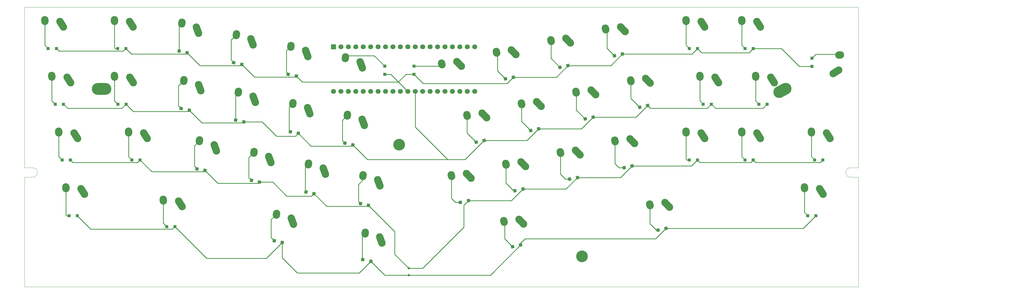
<source format=gbl>
%TF.GenerationSoftware,KiCad,Pcbnew,(6.0.6)*%
%TF.CreationDate,2022-07-10T17:12:38+03:00*%
%TF.ProjectId,liisa,6c696973-612e-46b6-9963-61645f706362,rev?*%
%TF.SameCoordinates,Original*%
%TF.FileFunction,Copper,L2,Bot*%
%TF.FilePolarity,Positive*%
%FSLAX46Y46*%
G04 Gerber Fmt 4.6, Leading zero omitted, Abs format (unit mm)*
G04 Created by KiCad (PCBNEW (6.0.6)) date 2022-07-10 17:12:38*
%MOMM*%
%LPD*%
G01*
G04 APERTURE LIST*
G04 Aperture macros list*
%AMHorizOval*
0 Thick line with rounded ends*
0 $1 width*
0 $2 $3 position (X,Y) of the first rounded end (center of the circle)*
0 $4 $5 position (X,Y) of the second rounded end (center of the circle)*
0 Add line between two ends*
20,1,$1,$2,$3,$4,$5,0*
0 Add two circle primitives to create the rounded ends*
1,1,$1,$2,$3*
1,1,$1,$4,$5*%
%AMRotRect*
0 Rectangle, with rotation*
0 The origin of the aperture is its center*
0 $1 length*
0 $2 width*
0 $3 Rotation angle, in degrees counterclockwise*
0 Add horizontal line*
21,1,$1,$2,0,0,$3*%
G04 Aperture macros list end*
%TA.AperFunction,Profile*%
%ADD10C,0.100000*%
%TD*%
%TA.AperFunction,ComponentPad*%
%ADD11HorizOval,2.500000X-0.788523X0.802407X0.788523X-0.802407X0*%
%TD*%
%TA.AperFunction,ComponentPad*%
%ADD12HorizOval,2.500000X-0.079448X0.278905X0.079448X-0.278905X0*%
%TD*%
%TA.AperFunction,ComponentPad*%
%ADD13C,4.000000*%
%TD*%
%TA.AperFunction,ComponentPad*%
%ADD14O,6.700000X4.000000*%
%TD*%
%TA.AperFunction,ComponentPad*%
%ADD15HorizOval,4.000000X-1.103684X-0.586839X1.103684X0.586839X0*%
%TD*%
%TA.AperFunction,ComponentPad*%
%ADD16HorizOval,2.500000X-0.393983X1.053756X0.393983X-1.053756X0*%
%TD*%
%TA.AperFunction,ComponentPad*%
%ADD17HorizOval,2.500000X0.040861X0.287107X-0.040861X-0.287107X0*%
%TD*%
%TA.AperFunction,SMDPad,CuDef*%
%ADD18RotRect,1.100000X1.100000X192.000000*%
%TD*%
%TA.AperFunction,SMDPad,CuDef*%
%ADD19R,1.100000X1.100000*%
%TD*%
%TA.AperFunction,SMDPad,CuDef*%
%ADD20RotRect,1.100000X1.100000X168.000000*%
%TD*%
%TA.AperFunction,ComponentPad*%
%ADD21HorizOval,2.500000X-0.604462X0.948815X0.604462X-0.948815X0*%
%TD*%
%TA.AperFunction,ComponentPad*%
%ADD22HorizOval,2.500000X-0.019724X0.289328X0.019724X-0.289328X0*%
%TD*%
%TA.AperFunction,ComponentPad*%
%ADD23HorizOval,2.500000X0.948815X0.604462X-0.948815X-0.604462X0*%
%TD*%
%TA.AperFunction,ComponentPad*%
%ADD24HorizOval,2.500000X0.289328X0.019724X-0.289328X-0.019724X0*%
%TD*%
%TA.AperFunction,ComponentPad*%
%ADD25C,1.700000*%
%TD*%
%TA.AperFunction,ComponentPad*%
%ADD26R,1.700000X1.700000*%
%TD*%
%TA.AperFunction,ViaPad*%
%ADD27C,0.800000*%
%TD*%
%TA.AperFunction,Conductor*%
%ADD28C,0.250000*%
%TD*%
G04 APERTURE END LIST*
D10*
X320410000Y-113520000D02*
X320410000Y-76010000D01*
X38210000Y-72820000D02*
X35410000Y-72820000D01*
X368553350Y-22485001D02*
X368553350Y-22485001D01*
X35410000Y-17920000D02*
X320410000Y-17920000D01*
X38210000Y-76020000D02*
G75*
G03*
X38210000Y-72820000I0J1600000D01*
G01*
X320410000Y-76010000D02*
X317610000Y-76010000D01*
X320410000Y-17920000D02*
X320410000Y-72810000D01*
X35410000Y-76020000D02*
X35410000Y-113520000D01*
X38210000Y-76020000D02*
X35410000Y-76020000D01*
X320410000Y-72810000D02*
X317610000Y-72810000D01*
X317610000Y-72810000D02*
G75*
G03*
X317610000Y-76010000I0J-1600000D01*
G01*
X320410000Y-113520000D02*
X35410000Y-113520000D01*
X35410000Y-72820000D02*
X35410000Y-17920000D01*
D11*
%TO.P,K24,1*%
%TO.N,/col 6*%
X192561387Y-54955928D03*
D12*
%TO.P,K24,2*%
%TO.N,Net-(D24-Pad2)*%
X186648537Y-54914370D03*
%TD*%
D13*
%TO.P,HOLE_M3,1*%
%TO.N,N/C*%
X225910000Y-103120000D03*
%TD*%
D14*
%TO.P,HOLE_M3,1*%
%TO.N,N/C*%
X61710000Y-45820000D03*
%TD*%
D15*
%TO.P,HOLE_M3,1*%
%TO.N,N/C*%
X294409020Y-46401931D03*
%TD*%
D13*
%TO.P,HOLE_M3,1*%
%TO.N,N/C*%
X163400000Y-64920000D03*
%TD*%
D16*
%TO.P,K14,1*%
%TO.N,/col 3*%
X119223496Y-69992248D03*
D17*
%TO.P,K14,2*%
%TO.N,Net-(D14-Pad2)*%
X113838741Y-67549311D03*
%TD*%
D18*
%TO.P,D31,1,K*%
%TO.N,/row 1*%
X229736376Y-55521677D03*
%TO.P,D31,2,A*%
%TO.N,Net-(D31-Pad2)*%
X226997562Y-56103829D03*
%TD*%
D11*
%TO.P,K34,1*%
%TO.N,/col 9*%
X248462522Y-43073775D03*
D12*
%TO.P,K34,2*%
%TO.N,Net-(D34-Pad2)*%
X242549672Y-43032217D03*
%TD*%
D16*
%TO.P,K13,1*%
%TO.N,/col 3*%
X113867358Y-49378176D03*
D17*
%TO.P,K13,2*%
%TO.N,Net-(D13-Pad2)*%
X108482603Y-46935239D03*
%TD*%
D19*
%TO.P,D41,1,K*%
%TO.N,/row 1*%
X289178750Y-51070000D03*
%TO.P,D41,2,A*%
%TO.N,Net-(D41-Pad2)*%
X286378750Y-51070000D03*
%TD*%
D16*
%TO.P,K18,1*%
%TO.N,/col 4*%
X137857208Y-73952966D03*
D17*
%TO.P,K18,2*%
%TO.N,Net-(D18-Pad2)*%
X132472453Y-71510029D03*
%TD*%
D11*
%TO.P,K31,1*%
%TO.N,/col 8*%
X229828811Y-47034494D03*
D12*
%TO.P,K31,2*%
%TO.N,Net-(D31-Pad2)*%
X223915961Y-46992936D03*
%TD*%
D19*
%TO.P,D40,1,K*%
%TO.N,/row 0*%
X284416250Y-32020000D03*
%TO.P,D40,2,A*%
%TO.N,Net-(D40-Pad2)*%
X281616250Y-32020000D03*
%TD*%
D20*
%TO.P,D10,1,K*%
%TO.N,/row 1*%
X91697154Y-53133291D03*
%TO.P,D10,2,A*%
%TO.N,Net-(D10-Pad2)*%
X88958340Y-52551139D03*
%TD*%
D19*
%TO.P,D4,1,K*%
%TO.N,/row 3*%
X53435000Y-89170000D03*
%TO.P,D4,2,A*%
%TO.N,Net-(D4-Pad2)*%
X50635000Y-89170000D03*
%TD*%
D16*
%TO.P,K17,1*%
%TO.N,/col 4*%
X132501070Y-53338896D03*
D17*
%TO.P,K17,2*%
%TO.N,Net-(D17-Pad2)*%
X127116315Y-50895959D03*
%TD*%
D11*
%TO.P,K25,1*%
%TO.N,/col 6*%
X187205249Y-75569999D03*
D12*
%TO.P,K25,2*%
%TO.N,Net-(D25-Pad2)*%
X181292399Y-75528441D03*
%TD*%
D11*
%TO.P,K26,1*%
%TO.N,/col 7*%
X202575953Y-33351678D03*
D12*
%TO.P,K26,2*%
%TO.N,Net-(D26-Pad2)*%
X196663103Y-33310120D03*
%TD*%
D19*
%TO.P,D8,1,K*%
%TO.N,/row 3*%
X86772500Y-92905505D03*
%TO.P,D8,2,A*%
%TO.N,Net-(D8-Pad2)*%
X83972500Y-92905505D03*
%TD*%
D21*
%TO.P,K37,1*%
%TO.N,/col 10*%
X271983750Y-42787500D03*
D22*
%TO.P,K37,2*%
%TO.N,Net-(D37-Pad2)*%
X266208750Y-41517500D03*
%TD*%
D19*
%TO.P,D42,1,K*%
%TO.N,/row 2*%
X284416250Y-70120000D03*
%TO.P,D42,2,A*%
%TO.N,Net-(D42-Pad2)*%
X281616250Y-70120000D03*
%TD*%
D16*
%TO.P,K22,1*%
%TO.N,/col 5*%
X157188631Y-97537574D03*
D17*
%TO.P,K22,2*%
%TO.N,Net-(D22-Pad2)*%
X151803876Y-95094637D03*
%TD*%
D16*
%TO.P,K21,1*%
%TO.N,/col 5*%
X156490920Y-77913684D03*
D17*
%TO.P,K21,2*%
%TO.N,Net-(D21-Pad2)*%
X151106165Y-75470747D03*
%TD*%
D20*
%TO.P,D16,1,K*%
%TO.N,/row 0*%
X128266867Y-41430835D03*
%TO.P,D16,2,A*%
%TO.N,Net-(D16-Pad2)*%
X125528053Y-40848683D03*
%TD*%
D21*
%TO.P,K2,1*%
%TO.N,/col 0*%
X50527500Y-42787500D03*
D22*
%TO.P,K2,2*%
%TO.N,Net-(D2-Pad2)*%
X44752500Y-41517500D03*
%TD*%
D20*
%TO.P,D17,1,K*%
%TO.N,/row 1*%
X128964578Y-61054726D03*
%TO.P,D17,2,A*%
%TO.N,Net-(D17-Pad2)*%
X126225764Y-60472574D03*
%TD*%
D19*
%TO.P,D6,1,K*%
%TO.N,/row 1*%
X70103750Y-51070000D03*
%TO.P,D6,2,A*%
%TO.N,Net-(D6-Pad2)*%
X67303750Y-51070000D03*
%TD*%
%TO.P,D43,1,K*%
%TO.N,/row 2*%
X308228750Y-70120000D03*
%TO.P,D43,2,A*%
%TO.N,Net-(D43-Pad2)*%
X305428750Y-70120000D03*
%TD*%
D18*
%TO.P,D25,1,K*%
%TO.N,/row 2*%
X187112814Y-84057183D03*
%TO.P,D25,2,A*%
%TO.N,Net-(D25-Pad2)*%
X184374000Y-84639335D03*
%TD*%
D21*
%TO.P,K6,1*%
%TO.N,/col 1*%
X71958750Y-42787500D03*
D22*
%TO.P,K6,2*%
%TO.N,Net-(D6-Pad2)*%
X66183750Y-41517500D03*
%TD*%
D19*
%TO.P,D38,1,K*%
%TO.N,/row 2*%
X265366250Y-70120000D03*
%TO.P,D38,2,A*%
%TO.N,Net-(D38-Pad2)*%
X262566250Y-70120000D03*
%TD*%
%TO.P,D3,1,K*%
%TO.N,/row 2*%
X51053750Y-70120000D03*
%TO.P,D3,2,A*%
%TO.N,Net-(D3-Pad2)*%
X48253750Y-70120000D03*
%TD*%
%TO.P,D36,1,K*%
%TO.N,/row 0*%
X265366250Y-32020000D03*
%TO.P,D36,2,A*%
%TO.N,Net-(D36-Pad2)*%
X262566250Y-32020000D03*
%TD*%
%TO.P,D7,1,K*%
%TO.N,/row 2*%
X74866250Y-70120000D03*
%TO.P,D7,2,A*%
%TO.N,Net-(D7-Pad2)*%
X72066250Y-70120000D03*
%TD*%
D21*
%TO.P,K38,1*%
%TO.N,/col 10*%
X267221250Y-61837500D03*
D22*
%TO.P,K38,2*%
%TO.N,Net-(D38-Pad2)*%
X261446250Y-60567500D03*
%TD*%
D20*
%TO.P,D20,1,K*%
%TO.N,/row 1*%
X147598291Y-65015443D03*
%TO.P,D20,2,A*%
%TO.N,Net-(D20-Pad2)*%
X144859477Y-64433291D03*
%TD*%
D22*
%TO.P,K1,2*%
%TO.N,Net-(D1-Pad2)*%
X42371250Y-22467500D03*
D21*
%TO.P,K1,1*%
%TO.N,/col 0*%
X48146250Y-23737500D03*
%TD*%
%TO.P,K7,1*%
%TO.N,/col 1*%
X76721250Y-61837500D03*
D22*
%TO.P,K7,2*%
%TO.N,Net-(D7-Pad2)*%
X70946250Y-60567500D03*
%TD*%
D16*
%TO.P,K11,1*%
%TO.N,/col 2*%
X100589784Y-66031530D03*
D17*
%TO.P,K11,2*%
%TO.N,Net-(D11-Pad2)*%
X95205029Y-63588593D03*
%TD*%
D11*
%TO.P,K28,1*%
%TO.N,/col 7*%
X205838961Y-71609282D03*
D12*
%TO.P,K28,2*%
%TO.N,Net-(D28-Pad2)*%
X199926111Y-71567724D03*
%TD*%
D21*
%TO.P,K8,1*%
%TO.N,/col 1*%
X88627500Y-85156736D03*
D22*
%TO.P,K8,2*%
%TO.N,Net-(D8-Pad2)*%
X82852500Y-83886736D03*
%TD*%
D21*
%TO.P,K41,1*%
%TO.N,/col 11*%
X291033750Y-42787500D03*
D22*
%TO.P,K41,2*%
%TO.N,Net-(D41-Pad2)*%
X285258750Y-41517500D03*
%TD*%
D16*
%TO.P,K15,1*%
%TO.N,/col 4*%
X126908848Y-91101408D03*
D17*
%TO.P,K15,2*%
%TO.N,Net-(D15-Pad2)*%
X121524093Y-88658471D03*
%TD*%
%TO.P,K9,2*%
%TO.N,Net-(D9-Pad2)*%
X89151181Y-23350631D03*
D16*
%TO.P,K9,1*%
%TO.N,/col 2*%
X94535936Y-25793568D03*
%TD*%
D18*
%TO.P,D28,1,K*%
%TO.N,/row 2*%
X205746526Y-80096465D03*
%TO.P,D28,2,A*%
%TO.N,Net-(D28-Pad2)*%
X203007712Y-80678617D03*
%TD*%
D19*
%TO.P,D23,1,K*%
%TO.N,/row 0*%
X168500000Y-40900000D03*
%TO.P,D23,2,A*%
%TO.N,Net-(D23-Pad2)*%
X168500000Y-38100000D03*
%TD*%
D20*
%TO.P,D11,1,K*%
%TO.N,/row 2*%
X97053292Y-73747361D03*
%TO.P,D11,2,A*%
%TO.N,Net-(D11-Pad2)*%
X94314478Y-73165209D03*
%TD*%
%TO.P,D13,1,K*%
%TO.N,/row 1*%
X110298744Y-57087181D03*
%TO.P,D13,2,A*%
%TO.N,Net-(D13-Pad2)*%
X107559930Y-56505029D03*
%TD*%
D21*
%TO.P,K45,1*%
%TO.N,/col 12*%
X307702500Y-80887500D03*
D22*
%TO.P,K45,2*%
%TO.N,Net-(D44-Pad2)*%
X301927500Y-79617500D03*
%TD*%
D18*
%TO.P,D27,1,K*%
%TO.N,/row 1*%
X211102664Y-59482394D03*
%TO.P,D27,2,A*%
%TO.N,Net-(D27-Pad2)*%
X208363850Y-60064546D03*
%TD*%
D21*
%TO.P,K42,1*%
%TO.N,/col 11*%
X286271250Y-61837500D03*
D22*
%TO.P,K42,2*%
%TO.N,Net-(D42-Pad2)*%
X280496250Y-60567500D03*
%TD*%
D11*
%TO.P,K35,1*%
%TO.N,/col 9*%
X243106384Y-63687846D03*
D12*
%TO.P,K35,2*%
%TO.N,Net-(D35-Pad2)*%
X237193534Y-63646288D03*
%TD*%
D18*
%TO.P,D35,1,K*%
%TO.N,/row 2*%
X243013950Y-72175030D03*
%TO.P,D35,2,A*%
%TO.N,Net-(D35-Pad2)*%
X240275136Y-72757182D03*
%TD*%
D19*
%TO.P,D37,1,K*%
%TO.N,/row 1*%
X270128750Y-51070000D03*
%TO.P,D37,2,A*%
%TO.N,Net-(D37-Pad2)*%
X267328750Y-51070000D03*
%TD*%
%TO.P,D45,1,K*%
%TO.N,/row 0*%
X304447500Y-38182500D03*
%TO.P,D45,2,A*%
%TO.N,Net-(D45-Pad2)*%
X304447500Y-35382500D03*
%TD*%
%TO.P,D44,1,K*%
%TO.N,/row 3*%
X305847500Y-89170000D03*
%TO.P,D44,2,A*%
%TO.N,Net-(D44-Pad2)*%
X303047500Y-89170000D03*
%TD*%
D21*
%TO.P,K4,1*%
%TO.N,/col 0*%
X55290000Y-80887500D03*
D22*
%TO.P,K4,2*%
%TO.N,Net-(D4-Pad2)*%
X49515000Y-79617500D03*
%TD*%
D21*
%TO.P,K44,1*%
%TO.N,/col 12*%
X310083750Y-61837500D03*
D22*
%TO.P,K44,2*%
%TO.N,Net-(D43-Pad2)*%
X304308750Y-60567500D03*
%TD*%
D11*
%TO.P,K39,1*%
%TO.N,/col 10*%
X255044923Y-85494716D03*
D12*
%TO.P,K39,2*%
%TO.N,Net-(D39-Pad2)*%
X249132073Y-85453158D03*
%TD*%
D20*
%TO.P,D12,2,A*%
%TO.N,Net-(D12-Pad2)*%
X106894341Y-36887965D03*
%TO.P,D12,1,K*%
%TO.N,/row 0*%
X109633155Y-37470117D03*
%TD*%
D18*
%TO.P,D29,1,K*%
%TO.N,/row 3*%
X204946261Y-99237871D03*
%TO.P,D29,2,A*%
%TO.N,Net-(D29-Pad2)*%
X202207447Y-99820023D03*
%TD*%
D16*
%TO.P,K16,1*%
%TO.N,/col 4*%
X131803360Y-33715004D03*
D17*
%TO.P,K16,2*%
%TO.N,Net-(D16-Pad2)*%
X126418605Y-31272067D03*
%TD*%
D21*
%TO.P,K36,1*%
%TO.N,/col 10*%
X267221250Y-23737500D03*
D22*
%TO.P,K36,2*%
%TO.N,Net-(D36-Pad2)*%
X261446250Y-22467500D03*
%TD*%
D11*
%TO.P,K30,1*%
%TO.N,/col 8*%
X221209665Y-29390961D03*
D12*
%TO.P,K30,2*%
%TO.N,Net-(D30-Pad2)*%
X215296815Y-29349403D03*
%TD*%
D11*
%TO.P,K29,1*%
%TO.N,/col 8*%
X205141250Y-91233172D03*
D12*
%TO.P,K29,2*%
%TO.N,Net-(D29-Pad2)*%
X199228400Y-91191614D03*
%TD*%
D19*
%TO.P,D2,1,K*%
%TO.N,/row 1*%
X48672500Y-51070000D03*
%TO.P,D2,2,A*%
%TO.N,Net-(D2-Pad2)*%
X45872500Y-51070000D03*
%TD*%
D18*
%TO.P,D32,1,K*%
%TO.N,/row 2*%
X224380238Y-76135748D03*
%TO.P,D32,2,A*%
%TO.N,Net-(D32-Pad2)*%
X221641424Y-76717900D03*
%TD*%
D11*
%TO.P,K33,1*%
%TO.N,/col 9*%
X239843377Y-25430243D03*
D12*
%TO.P,K33,2*%
%TO.N,Net-(D33-Pad2)*%
X233930527Y-25388685D03*
%TD*%
D21*
%TO.P,K40,1*%
%TO.N,/col 11*%
X286271250Y-23737500D03*
D22*
%TO.P,K40,2*%
%TO.N,Net-(D40-Pad2)*%
X280496250Y-22467500D03*
%TD*%
D20*
%TO.P,D22,1,K*%
%TO.N,/row 3*%
X153754693Y-104770921D03*
%TO.P,D22,2,A*%
%TO.N,Net-(D22-Pad2)*%
X151015879Y-104188769D03*
%TD*%
D18*
%TO.P,D24,1,K*%
%TO.N,/row 1*%
X192468953Y-63443113D03*
%TO.P,D24,2,A*%
%TO.N,Net-(D24-Pad2)*%
X189730139Y-64025265D03*
%TD*%
D20*
%TO.P,D18,1,K*%
%TO.N,/row 2*%
X134320715Y-81668797D03*
%TO.P,D18,2,A*%
%TO.N,Net-(D18-Pad2)*%
X131581901Y-81086645D03*
%TD*%
D11*
%TO.P,K32,1*%
%TO.N,/col 8*%
X224472672Y-67648563D03*
D12*
%TO.P,K32,2*%
%TO.N,Net-(D32-Pad2)*%
X218559822Y-67607005D03*
%TD*%
D20*
%TO.P,D9,1,K*%
%TO.N,/row 0*%
X90956228Y-33500214D03*
%TO.P,D9,2,A*%
%TO.N,Net-(D9-Pad2)*%
X88217414Y-32918062D03*
%TD*%
D19*
%TO.P,D19,1,K*%
%TO.N,/row 0*%
X158500000Y-40900000D03*
%TO.P,D19,2,A*%
%TO.N,Net-(D19-Pad2)*%
X158500000Y-38100000D03*
%TD*%
D18*
%TO.P,D30,1,K*%
%TO.N,/row 0*%
X221117230Y-37878145D03*
%TO.P,D30,2,A*%
%TO.N,Net-(D30-Pad2)*%
X218378416Y-38460297D03*
%TD*%
%TO.P,D34,1,K*%
%TO.N,/row 1*%
X248370088Y-51560959D03*
%TO.P,D34,2,A*%
%TO.N,Net-(D34-Pad2)*%
X245631274Y-52143111D03*
%TD*%
D20*
%TO.P,D15,1,K*%
%TO.N,/row 3*%
X123474912Y-98334755D03*
%TO.P,D15,2,A*%
%TO.N,Net-(D15-Pad2)*%
X120736098Y-97752603D03*
%TD*%
D16*
%TO.P,K19,1*%
%TO.N,/col 5*%
X150437071Y-37675722D03*
D17*
%TO.P,K19,2*%
%TO.N,Net-(D19-Pad2)*%
X145052316Y-35232785D03*
%TD*%
D19*
%TO.P,D1,1,K*%
%TO.N,/row 0*%
X46291250Y-32020000D03*
%TO.P,D1,2,A*%
%TO.N,Net-(D1-Pad2)*%
X43491250Y-32020000D03*
%TD*%
D22*
%TO.P,K5,2*%
%TO.N,Net-(D5-Pad2)*%
X66142462Y-22467500D03*
D21*
%TO.P,K5,1*%
%TO.N,/col 1*%
X71917462Y-23737500D03*
%TD*%
D20*
%TO.P,D14,1,K*%
%TO.N,/row 2*%
X115687004Y-77708080D03*
%TO.P,D14,2,A*%
%TO.N,Net-(D14-Pad2)*%
X112948190Y-77125928D03*
%TD*%
D19*
%TO.P,D5,1,K*%
%TO.N,/row 0*%
X70011106Y-32020000D03*
%TO.P,D5,2,A*%
%TO.N,Net-(D5-Pad2)*%
X67211106Y-32020000D03*
%TD*%
D16*
%TO.P,K20,1*%
%TO.N,/col 5*%
X151134782Y-57299613D03*
D17*
%TO.P,K20,2*%
%TO.N,Net-(D20-Pad2)*%
X145750027Y-54856676D03*
%TD*%
D11*
%TO.P,K23,1*%
%TO.N,/col 6*%
X183942241Y-37312396D03*
D12*
%TO.P,K23,2*%
%TO.N,Net-(D23-Pad2)*%
X178029391Y-37270838D03*
%TD*%
D20*
%TO.P,D21,1,K*%
%TO.N,/row 2*%
X152954428Y-85629515D03*
%TO.P,D21,2,A*%
%TO.N,Net-(D21-Pad2)*%
X150215614Y-85047363D03*
%TD*%
D18*
%TO.P,D26,1,K*%
%TO.N,/row 0*%
X202483519Y-41838862D03*
%TO.P,D26,2,A*%
%TO.N,Net-(D26-Pad2)*%
X199744705Y-42421014D03*
%TD*%
%TO.P,D33,1,K*%
%TO.N,/row 0*%
X239750942Y-33917427D03*
%TO.P,D33,2,A*%
%TO.N,Net-(D33-Pad2)*%
X237012128Y-34499579D03*
%TD*%
D21*
%TO.P,K3,1*%
%TO.N,/col 0*%
X52908750Y-61837500D03*
D22*
%TO.P,K3,2*%
%TO.N,Net-(D3-Pad2)*%
X47133750Y-60567500D03*
%TD*%
D23*
%TO.P,K43,1*%
%TO.N,/col 12*%
X312730000Y-40037500D03*
D24*
%TO.P,K43,2*%
%TO.N,Net-(D45-Pad2)*%
X314000000Y-34262500D03*
%TD*%
D16*
%TO.P,K10,1*%
%TO.N,/col 2*%
X95233646Y-45417460D03*
D17*
%TO.P,K10,2*%
%TO.N,Net-(D10-Pad2)*%
X89848891Y-42974523D03*
%TD*%
D25*
%TO.P,U1,40,5V*%
%TO.N,unconnected-(U1-Pad40)*%
X140970000Y-46720000D03*
%TO.P,U1,39,GND*%
%TO.N,unconnected-(U1-Pad39)*%
X143510000Y-46720000D03*
%TO.P,U1,38,3V3*%
%TO.N,unconnected-(U1-Pad38)*%
X146050000Y-46720000D03*
%TO.P,U1,37,PB10*%
%TO.N,unconnected-(U1-Pad37)*%
X148590000Y-46720000D03*
%TO.P,U1,36,PB2*%
%TO.N,/col 5*%
X151130000Y-46720000D03*
%TO.P,U1,35,PB1*%
%TO.N,/col 4*%
X153670000Y-46720000D03*
%TO.P,U1,34,PB0*%
%TO.N,/col 3*%
X156210000Y-46720000D03*
%TO.P,U1,33,PA7*%
%TO.N,/col 2*%
X158750000Y-46720000D03*
%TO.P,U1,32,PA6*%
%TO.N,/col 1*%
X161290000Y-46720000D03*
%TO.P,U1,31,PA5*%
%TO.N,/col 0*%
X163830000Y-46720000D03*
%TO.P,U1,30,PA4*%
%TO.N,/row 0*%
X166370000Y-46720000D03*
%TO.P,U1,29,PA3*%
%TO.N,/row 1*%
X168910000Y-46720000D03*
%TO.P,U1,28,PA2*%
%TO.N,/row 2*%
X171450000Y-46720000D03*
%TO.P,U1,27,PA1*%
%TO.N,/row 3*%
X173990000Y-46720000D03*
%TO.P,U1,26,PA0*%
%TO.N,/col 6*%
X176530000Y-46720000D03*
%TO.P,U1,25,RES*%
%TO.N,unconnected-(U1-Pad25)*%
X179070000Y-46720000D03*
%TO.P,U1,24,PC15*%
%TO.N,unconnected-(U1-Pad24)*%
X181610000Y-46720000D03*
%TO.P,U1,23,PC14*%
%TO.N,unconnected-(U1-Pad23)*%
X184150000Y-46720000D03*
%TO.P,U1,22,PC13*%
%TO.N,unconnected-(U1-Pad22)*%
X186690000Y-46720000D03*
%TO.P,U1,21,VBat*%
%TO.N,unconnected-(U1-Pad21)*%
X189230000Y-46720000D03*
%TO.P,U1,20,3V3*%
%TO.N,unconnected-(U1-Pad20)*%
X189230000Y-31480000D03*
%TO.P,U1,19,GND*%
%TO.N,unconnected-(U1-Pad19)*%
X186690000Y-31480000D03*
%TO.P,U1,18,5V*%
%TO.N,unconnected-(U1-Pad18)*%
X184150000Y-31480000D03*
%TO.P,U1,17,PB9*%
%TO.N,unconnected-(U1-Pad17)*%
X181610000Y-31480000D03*
%TO.P,U1,16,PB8*%
%TO.N,/col 7*%
X179070000Y-31480000D03*
%TO.P,U1,15,PB7*%
%TO.N,/col 8*%
X176530000Y-31480000D03*
%TO.P,U1,14,PB6*%
%TO.N,/col 9*%
X173990000Y-31480000D03*
%TO.P,U1,13,PB5*%
%TO.N,/col 10*%
X171450000Y-31480000D03*
%TO.P,U1,12,PB4*%
%TO.N,/col 11*%
X168910000Y-31480000D03*
%TO.P,U1,11,PB3*%
%TO.N,/col 12*%
X166370000Y-31480000D03*
%TO.P,U1,10,PA15*%
%TO.N,unconnected-(U1-Pad10)*%
X163830000Y-31480000D03*
%TO.P,U1,9,PA12*%
%TO.N,unconnected-(U1-Pad9)*%
X161290000Y-31480000D03*
%TO.P,U1,8,PA11*%
%TO.N,unconnected-(U1-Pad8)*%
X158750000Y-31480000D03*
%TO.P,U1,7,PA10*%
%TO.N,unconnected-(U1-Pad7)*%
X156210000Y-31480000D03*
%TO.P,U1,6,PA9*%
%TO.N,unconnected-(U1-Pad6)*%
X153670000Y-31480000D03*
%TO.P,U1,5,PA8*%
%TO.N,unconnected-(U1-Pad5)*%
X151130000Y-31480000D03*
%TO.P,U1,4,PB15*%
%TO.N,unconnected-(U1-Pad4)*%
X148590000Y-31480000D03*
%TO.P,U1,3,PB14*%
%TO.N,unconnected-(U1-Pad3)*%
X146050000Y-31480000D03*
%TO.P,U1,2,PB13*%
%TO.N,unconnected-(U1-Pad2)*%
X143510000Y-31480000D03*
D26*
%TO.P,U1,1,PB12*%
%TO.N,unconnected-(U1-Pad1)*%
X140970000Y-31480000D03*
%TD*%
D11*
%TO.P,K27,1*%
%TO.N,/col 7*%
X211195099Y-50995211D03*
D12*
%TO.P,K27,2*%
%TO.N,Net-(D27-Pad2)*%
X205282249Y-50953653D03*
%TD*%
D18*
%TO.P,D39,1,K*%
%TO.N,/row 3*%
X254631207Y-93498341D03*
%TO.P,D39,2,A*%
%TO.N,Net-(D39-Pad2)*%
X251892393Y-94080493D03*
%TD*%
D17*
%TO.P,K12,2*%
%TO.N,Net-(D12-Pad2)*%
X107784893Y-27311349D03*
D16*
%TO.P,K12,1*%
%TO.N,/col 3*%
X113169648Y-29754286D03*
%TD*%
D27*
%TO.N,/row 2*%
X166687500Y-107156250D03*
%TO.N,/row 3*%
X166687500Y-109537500D03*
%TD*%
D28*
%TO.N,/row 1*%
X168910000Y-58910000D02*
X180000000Y-70000000D01*
X168910000Y-46720000D02*
X168910000Y-58910000D01*
X152582848Y-70000000D02*
X147598291Y-65015443D01*
X185912066Y-70000000D02*
X152582848Y-70000000D01*
X192468953Y-63443113D02*
X185912066Y-70000000D01*
%TO.N,/row 0*%
X235790224Y-37878145D02*
X239750942Y-33917427D01*
X217156513Y-41838862D02*
X221117230Y-37878145D01*
X128266867Y-41430835D02*
X127871686Y-41826016D01*
X90561047Y-33895395D02*
X71886501Y-33895395D01*
X282936250Y-33500000D02*
X284416250Y-32020000D01*
X71886501Y-33895395D02*
X70011106Y-32020000D01*
X239750942Y-33917427D02*
X263468823Y-33917427D01*
X221117230Y-37878145D02*
X235790224Y-37878145D01*
X69136106Y-32895000D02*
X70011106Y-32020000D01*
X263468823Y-33917427D02*
X265366250Y-32020000D01*
X158500000Y-40900000D02*
X160550000Y-40900000D01*
X163575000Y-43925000D02*
X166370000Y-46720000D01*
X90956228Y-33500214D02*
X90561047Y-33895395D01*
X46291250Y-32020000D02*
X47166250Y-32895000D01*
X294040000Y-32020000D02*
X284416250Y-32020000D01*
X109633155Y-37470117D02*
X109237974Y-37865298D01*
X171600000Y-44000000D02*
X200322381Y-44000000D01*
X163150000Y-43500000D02*
X165750000Y-40900000D01*
X128266867Y-41430835D02*
X130336032Y-43500000D01*
X200322381Y-44000000D02*
X202483519Y-41838862D01*
X304447500Y-38182500D02*
X300202500Y-38182500D01*
X265366250Y-32020000D02*
X266846250Y-33500000D01*
X160550000Y-40900000D02*
X163575000Y-43925000D01*
X95321312Y-37865298D02*
X90956228Y-33500214D01*
X165750000Y-40900000D02*
X168500000Y-40900000D01*
X266846250Y-33500000D02*
X282936250Y-33500000D01*
X47166250Y-32895000D02*
X69136106Y-32895000D01*
X113989054Y-41826016D02*
X109633155Y-37470117D01*
X202483519Y-41838862D02*
X217156513Y-41838862D01*
X300202500Y-38182500D02*
X294040000Y-32020000D01*
X130336032Y-43500000D02*
X163150000Y-43500000D01*
X109237974Y-37865298D02*
X95321312Y-37865298D01*
X168500000Y-40900000D02*
X171600000Y-44000000D01*
X163150000Y-43500000D02*
X163575000Y-43925000D01*
X127871686Y-41826016D02*
X113989054Y-41826016D01*
%TO.N,/row 1*%
X91301973Y-53528472D02*
X72562222Y-53528472D01*
X271558750Y-52500000D02*
X287748750Y-52500000D01*
X48672500Y-51070000D02*
X50102500Y-52500000D01*
X244409370Y-55521677D02*
X248370088Y-51560959D01*
X248370088Y-51560959D02*
X249309129Y-52500000D01*
X50102500Y-52500000D02*
X68673750Y-52500000D01*
X147203110Y-65410624D02*
X133320476Y-65410624D01*
X68673750Y-52500000D02*
X70103750Y-51070000D01*
X116587181Y-57087181D02*
X121500000Y-62000000D01*
X109903563Y-57482362D02*
X96046225Y-57482362D01*
X270128750Y-51070000D02*
X271558750Y-52500000D01*
X211102664Y-59482394D02*
X207141945Y-63443113D01*
X110298744Y-57087181D02*
X109903563Y-57482362D01*
X229736376Y-55521677D02*
X244409370Y-55521677D01*
X211102664Y-59482394D02*
X225775659Y-59482394D01*
X72562222Y-53528472D02*
X70103750Y-51070000D01*
X91697154Y-53133291D02*
X91301973Y-53528472D01*
X147598291Y-65015443D02*
X147203110Y-65410624D01*
X133320476Y-65410624D02*
X128964578Y-61054726D01*
X225775659Y-59482394D02*
X229736376Y-55521677D01*
X96046225Y-57482362D02*
X91697154Y-53133291D01*
X128019304Y-62000000D02*
X128964578Y-61054726D01*
X249309129Y-52500000D02*
X268698750Y-52500000D01*
X287748750Y-52500000D02*
X289178750Y-51070000D01*
X268698750Y-52500000D02*
X270128750Y-51070000D01*
X207141945Y-63443113D02*
X192468953Y-63443113D01*
X121500000Y-62000000D02*
X128019304Y-62000000D01*
X110298744Y-57087181D02*
X116587181Y-57087181D01*
%TO.N,/row 2*%
X283541250Y-70995000D02*
X266241250Y-70995000D01*
X73991250Y-70995000D02*
X51928750Y-70995000D01*
X97053292Y-73747361D02*
X101409192Y-78103261D01*
X138676614Y-86024696D02*
X134320715Y-81668797D01*
X239053232Y-76135748D02*
X224380238Y-76135748D01*
X115291823Y-78103261D02*
X115687004Y-77708080D01*
X205746526Y-80096465D02*
X201785808Y-84057183D01*
X166687500Y-107156250D02*
X161925000Y-102393750D01*
X171450000Y-107156250D02*
X185540482Y-93065768D01*
X96658111Y-74142542D02*
X97053292Y-73747361D01*
X152954428Y-85629515D02*
X152559247Y-86024696D01*
X285291250Y-70995000D02*
X284416250Y-70120000D01*
X166687500Y-107156250D02*
X171450000Y-107156250D01*
X201785808Y-84057183D02*
X187112814Y-84057183D01*
X51928750Y-70995000D02*
X51053750Y-70120000D01*
X185540482Y-93065768D02*
X185540482Y-85629515D01*
X220419521Y-80096465D02*
X205746526Y-80096465D01*
X224380238Y-76135748D02*
X220419521Y-80096465D01*
X134320715Y-81668797D02*
X133489512Y-82500000D01*
X120208080Y-77708080D02*
X115687004Y-77708080D01*
X125000000Y-82500000D02*
X120208080Y-77708080D01*
X161925000Y-94600087D02*
X152954428Y-85629515D01*
X101409192Y-78103261D02*
X115291823Y-78103261D01*
X284416250Y-70120000D02*
X283541250Y-70995000D01*
X263311220Y-72175030D02*
X243013950Y-72175030D01*
X161925000Y-102393750D02*
X161925000Y-94600087D01*
X265366250Y-70120000D02*
X263311220Y-72175030D01*
X133489512Y-82500000D02*
X125000000Y-82500000D01*
X152559247Y-86024696D02*
X138676614Y-86024696D01*
X185540482Y-85629515D02*
X187112814Y-84057183D01*
X74866250Y-70120000D02*
X73991250Y-70995000D01*
X266241250Y-70995000D02*
X265366250Y-70120000D01*
X78888792Y-74142542D02*
X96658111Y-74142542D01*
X74866250Y-70120000D02*
X78888792Y-74142542D01*
X308228750Y-70120000D02*
X307353750Y-70995000D01*
X243013950Y-72175030D02*
X239053232Y-76135748D01*
X307353750Y-70995000D02*
X285291250Y-70995000D01*
%TO.N,/row 3*%
X97658651Y-103791656D02*
X86772500Y-92905505D01*
X123474912Y-98334755D02*
X118018011Y-103791656D01*
X158483772Y-109500000D02*
X153754693Y-104770921D01*
X254631207Y-93498341D02*
X301519159Y-93498341D01*
X58045505Y-93780505D02*
X53435000Y-89170000D01*
X149769859Y-108755755D02*
X128587500Y-108755755D01*
X251079548Y-97050000D02*
X206450000Y-97050000D01*
X86772500Y-92905505D02*
X85897500Y-93780505D01*
X128587500Y-108755755D02*
X123474912Y-103643167D01*
X254631207Y-93498341D02*
X251079548Y-97050000D01*
X206450000Y-97050000D02*
X204500000Y-99000000D01*
X204946261Y-99237871D02*
X194684132Y-109500000D01*
X194684132Y-109500000D02*
X166500000Y-109500000D01*
X166687500Y-109537500D02*
X166650000Y-109500000D01*
X301519159Y-93498341D02*
X305847500Y-89170000D01*
X85897500Y-93780505D02*
X58045505Y-93780505D01*
X166650000Y-109500000D02*
X166500000Y-109500000D01*
X118018011Y-103791656D02*
X97658651Y-103791656D01*
X153754693Y-104770921D02*
X149769859Y-108755755D01*
X166500000Y-109500000D02*
X158483772Y-109500000D01*
X123474912Y-103643167D02*
X123474912Y-98334755D01*
%TO.N,Net-(D1-Pad2)*%
X42371250Y-30900000D02*
X42371250Y-22467500D01*
X43491250Y-32020000D02*
X42371250Y-30900000D01*
%TO.N,Net-(D2-Pad2)*%
X44752500Y-41517500D02*
X44752500Y-49950000D01*
X44752500Y-49950000D02*
X45872500Y-51070000D01*
%TO.N,Net-(D3-Pad2)*%
X47133750Y-69000000D02*
X48253750Y-70120000D01*
X47133750Y-60567500D02*
X47133750Y-69000000D01*
%TO.N,Net-(D4-Pad2)*%
X49835000Y-89170000D02*
X49515000Y-88850000D01*
X50635000Y-89170000D02*
X49835000Y-89170000D01*
X49515000Y-88850000D02*
X49515000Y-79617500D01*
%TO.N,Net-(D5-Pad2)*%
X66411106Y-32020000D02*
X66142462Y-31751356D01*
X67211106Y-32020000D02*
X66411106Y-32020000D01*
X66142462Y-31751356D02*
X66142462Y-22467500D01*
%TO.N,Net-(D6-Pad2)*%
X67303750Y-51070000D02*
X66183750Y-49950000D01*
X66183750Y-49950000D02*
X66183750Y-41517500D01*
%TO.N,Net-(D7-Pad2)*%
X72066250Y-70120000D02*
X70946250Y-69000000D01*
X70946250Y-69000000D02*
X70946250Y-60567500D01*
%TO.N,Net-(D8-Pad2)*%
X83972500Y-92905505D02*
X82852500Y-91785505D01*
X82852500Y-91785505D02*
X82852500Y-83886736D01*
%TO.N,Net-(D9-Pad2)*%
X88217414Y-24284398D02*
X89151181Y-23350631D01*
X88217414Y-32918062D02*
X88217414Y-24284398D01*
%TO.N,Net-(D10-Pad2)*%
X88958340Y-52551139D02*
X88000000Y-51592799D01*
X88000000Y-51592799D02*
X88000000Y-44823414D01*
X88000000Y-44823414D02*
X89848891Y-42974523D01*
%TO.N,Net-(D11-Pad2)*%
X94314478Y-73165209D02*
X93500000Y-72350731D01*
X93500000Y-65293622D02*
X95205029Y-63588593D01*
X93500000Y-72350731D02*
X93500000Y-65293622D01*
%TO.N,Net-(D12-Pad2)*%
X106000000Y-29096242D02*
X107784893Y-27311349D01*
X106000000Y-35993624D02*
X106000000Y-29096242D01*
X106894341Y-36887965D02*
X106000000Y-35993624D01*
%TO.N,Net-(D13-Pad2)*%
X107559930Y-47857912D02*
X108482603Y-46935239D01*
X107559930Y-56505029D02*
X107559930Y-47857912D01*
%TO.N,Net-(D14-Pad2)*%
X112948190Y-77125928D02*
X112036597Y-76214335D01*
X112036597Y-69351455D02*
X113838741Y-67549311D01*
X112036597Y-76214335D02*
X112036597Y-69351455D01*
%TO.N,Net-(D15-Pad2)*%
X119683853Y-90498711D02*
X121524093Y-88658471D01*
X119683853Y-96700358D02*
X119683853Y-90498711D01*
X120736098Y-97752603D02*
X119683853Y-96700358D01*
%TO.N,Net-(D16-Pad2)*%
X124937907Y-32752765D02*
X126418605Y-31272067D01*
X124937907Y-40258537D02*
X124937907Y-32752765D01*
X125528053Y-40848683D02*
X124937907Y-40258537D01*
%TO.N,Net-(D17-Pad2)*%
X125848708Y-52163566D02*
X127116315Y-50895959D01*
X125848708Y-60095518D02*
X125848708Y-52163566D01*
X126225764Y-60472574D02*
X125848708Y-60095518D01*
%TO.N,Net-(D18-Pad2)*%
X131581901Y-81086645D02*
X131333812Y-80838556D01*
X131333812Y-72648670D02*
X132472453Y-71510029D01*
X131333812Y-80838556D02*
X131333812Y-72648670D01*
%TO.N,Net-(D19-Pad2)*%
X154900000Y-34500000D02*
X158500000Y-38100000D01*
X145052316Y-35232785D02*
X145785101Y-34500000D01*
X145785101Y-34500000D02*
X154900000Y-34500000D01*
%TO.N,Net-(D20-Pad2)*%
X145750027Y-54856676D02*
X144000000Y-56606703D01*
X144000000Y-56606703D02*
X144000000Y-63573814D01*
X144000000Y-63573814D02*
X144859477Y-64433291D01*
%TO.N,Net-(D21-Pad2)*%
X151106165Y-76893835D02*
X151106165Y-75470747D01*
X149500000Y-78500000D02*
X151106165Y-76893835D01*
X149500000Y-84331749D02*
X149500000Y-78500000D01*
X150215614Y-85047363D02*
X149500000Y-84331749D01*
%TO.N,Net-(D22-Pad2)*%
X150791828Y-103964718D02*
X150791828Y-96106685D01*
X150791828Y-96106685D02*
X151803876Y-95094637D01*
X151015879Y-104188769D02*
X150791828Y-103964718D01*
%TO.N,Net-(D23-Pad2)*%
X168500000Y-38100000D02*
X177200229Y-38100000D01*
X177200229Y-38100000D02*
X178029391Y-37270838D01*
%TO.N,Net-(D24-Pad2)*%
X189730139Y-64025265D02*
X186648537Y-60943663D01*
X186648537Y-60943663D02*
X186648537Y-54914370D01*
%TO.N,Net-(D25-Pad2)*%
X181292399Y-83269752D02*
X181292399Y-75528441D01*
X182661982Y-84639335D02*
X181292399Y-83269752D01*
X184374000Y-84639335D02*
X182661982Y-84639335D01*
%TO.N,Net-(D26-Pad2)*%
X199744705Y-42421014D02*
X197000000Y-39676309D01*
X197000000Y-33647017D02*
X196663103Y-33310120D01*
X197000000Y-39676309D02*
X197000000Y-33647017D01*
%TO.N,Net-(D27-Pad2)*%
X205282249Y-50953653D02*
X205282249Y-56982945D01*
X205282249Y-56982945D02*
X208363850Y-60064546D01*
%TO.N,Net-(D28-Pad2)*%
X203007712Y-80678617D02*
X202580602Y-80678617D01*
X202580602Y-80678617D02*
X199926111Y-78024126D01*
X199926111Y-78024126D02*
X199926111Y-71567724D01*
%TO.N,Net-(D29-Pad2)*%
X202207447Y-99820023D02*
X199500000Y-97112576D01*
X199500000Y-97112576D02*
X199500000Y-91463214D01*
X199500000Y-91463214D02*
X199228400Y-91191614D01*
%TO.N,Net-(D30-Pad2)*%
X215296815Y-35378696D02*
X215296815Y-29349403D01*
X218378416Y-38460297D02*
X215296815Y-35378696D01*
%TO.N,Net-(D31-Pad2)*%
X224000000Y-47076975D02*
X223915961Y-46992936D01*
X226997562Y-56103829D02*
X224000000Y-53106267D01*
X224000000Y-53106267D02*
X224000000Y-47076975D01*
%TO.N,Net-(D32-Pad2)*%
X218559822Y-75007829D02*
X218559822Y-67607005D01*
X221641424Y-76717900D02*
X220269893Y-76717900D01*
X220269893Y-76717900D02*
X218559822Y-75007829D01*
%TO.N,Net-(D33-Pad2)*%
X237012128Y-34499579D02*
X234500000Y-31987451D01*
X234500000Y-25958158D02*
X233930527Y-25388685D01*
X234500000Y-31987451D02*
X234500000Y-25958158D01*
%TO.N,Net-(D34-Pad2)*%
X242549672Y-49061509D02*
X242549672Y-43032217D01*
X245631274Y-52143111D02*
X242549672Y-49061509D01*
%TO.N,Net-(D35-Pad2)*%
X240275136Y-72757182D02*
X238563117Y-72757182D01*
X237193534Y-71387599D02*
X237193534Y-63646288D01*
X238563117Y-72757182D02*
X237193534Y-71387599D01*
%TO.N,Net-(D36-Pad2)*%
X262566250Y-32020000D02*
X261446250Y-30900000D01*
X261446250Y-30900000D02*
X261446250Y-22467500D01*
%TO.N,Net-(D37-Pad2)*%
X267328750Y-51070000D02*
X266208750Y-49950000D01*
X266208750Y-49950000D02*
X266208750Y-41517500D01*
%TO.N,Net-(D38-Pad2)*%
X262566250Y-70120000D02*
X261766250Y-70120000D01*
X261446250Y-69800000D02*
X261446250Y-60567500D01*
X261766250Y-70120000D02*
X261446250Y-69800000D01*
%TO.N,Net-(D39-Pad2)*%
X249132073Y-91882461D02*
X249132073Y-85453158D01*
X251330105Y-94080493D02*
X249132073Y-91882461D01*
X251892393Y-94080493D02*
X251330105Y-94080493D01*
%TO.N,Net-(D40-Pad2)*%
X280496250Y-30900000D02*
X280496250Y-22467500D01*
X281616250Y-32020000D02*
X280496250Y-30900000D01*
%TO.N,Net-(D41-Pad2)*%
X285258750Y-49950000D02*
X285258750Y-41517500D01*
X286378750Y-51070000D02*
X285258750Y-49950000D01*
%TO.N,Net-(D42-Pad2)*%
X281616250Y-70120000D02*
X280496250Y-69000000D01*
X280496250Y-69000000D02*
X280496250Y-60567500D01*
%TO.N,Net-(D43-Pad2)*%
X304308750Y-69000000D02*
X304308750Y-60567500D01*
X305428750Y-70120000D02*
X304308750Y-69000000D01*
%TO.N,Net-(D44-Pad2)*%
X301927500Y-88050000D02*
X301927500Y-79617500D01*
X303047500Y-89170000D02*
X301927500Y-88050000D01*
%TO.N,Net-(D45-Pad2)*%
X305830000Y-34000000D02*
X313737500Y-34000000D01*
X304447500Y-35382500D02*
X305830000Y-34000000D01*
X313737500Y-34000000D02*
X314000000Y-34262500D01*
%TD*%
M02*

</source>
